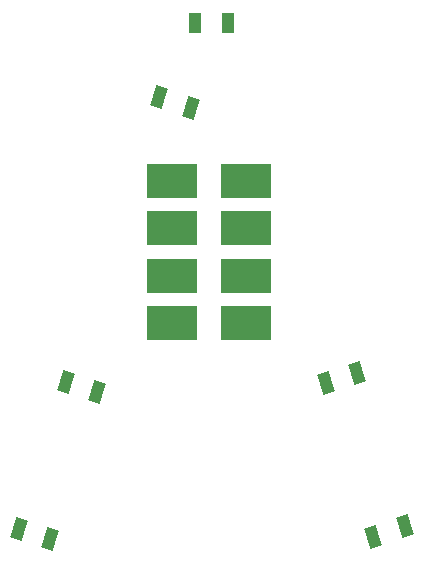
<source format=gbp>
%FSLAX25Y25*%
%MOIN*%
G70*
G01*
G75*
G04 Layer_Color=6049101*
%ADD10R,0.05000X0.08000*%
%ADD11R,0.05906X0.05906*%
%ADD12P,0.08352X4X297.0*%
%ADD13P,0.08352X4X207.0*%
%ADD14R,0.05906X0.05906*%
%ADD15P,0.08352X4X153.0*%
%ADD16C,0.02500*%
%ADD17C,0.16500*%
%ADD18C,0.04000*%
%ADD19R,0.17716X0.12205*%
G04:AMPARAMS|DCode=20|XSize=80mil|YSize=50mil|CornerRadius=0mil|HoleSize=0mil|Usage=FLASHONLY|Rotation=288.000|XOffset=0mil|YOffset=0mil|HoleType=Round|Shape=Rectangle|*
%AMROTATEDRECTD20*
4,1,4,-0.03614,0.03032,0.01142,0.04577,0.03614,-0.03032,-0.01142,-0.04577,-0.03614,0.03032,0.0*
%
%ADD20ROTATEDRECTD20*%

G04:AMPARAMS|DCode=21|XSize=80mil|YSize=50mil|CornerRadius=0mil|HoleSize=0mil|Usage=FLASHONLY|Rotation=252.000|XOffset=0mil|YOffset=0mil|HoleType=Round|Shape=Rectangle|*
%AMROTATEDRECTD21*
4,1,4,-0.01142,0.04577,0.03614,0.03032,0.01142,-0.04577,-0.03614,-0.03032,-0.01142,0.04577,0.0*
%
%ADD21ROTATEDRECTD21*%

%ADD22C,0.01000*%
%ADD23C,0.01200*%
%ADD24R,0.04000X0.07000*%
%ADD25R,0.04906X0.04906*%
%ADD26P,0.06937X4X297.0*%
%ADD27P,0.06937X4X207.0*%
%ADD28R,0.04906X0.04906*%
%ADD29P,0.06937X4X153.0*%
%ADD30R,0.16716X0.11205*%
G04:AMPARAMS|DCode=31|XSize=70mil|YSize=40mil|CornerRadius=0mil|HoleSize=0mil|Usage=FLASHONLY|Rotation=288.000|XOffset=0mil|YOffset=0mil|HoleType=Round|Shape=Rectangle|*
%AMROTATEDRECTD31*
4,1,4,-0.02984,0.02711,0.00821,0.03947,0.02984,-0.02711,-0.00821,-0.03947,-0.02984,0.02711,0.0*
%
%ADD31ROTATEDRECTD31*%

G04:AMPARAMS|DCode=32|XSize=70mil|YSize=40mil|CornerRadius=0mil|HoleSize=0mil|Usage=FLASHONLY|Rotation=252.000|XOffset=0mil|YOffset=0mil|HoleType=Round|Shape=Rectangle|*
%AMROTATEDRECTD32*
4,1,4,-0.00821,0.03947,0.02984,0.02711,0.00821,-0.03947,-0.02984,-0.02711,-0.00821,0.03947,0.0*
%
%ADD32ROTATEDRECTD32*%

D24*
X585800Y547900D02*
D03*
X574800D02*
D03*
D30*
X567200Y448052D02*
D03*
X591806D02*
D03*
X567200Y463800D02*
D03*
Y479548D02*
D03*
Y495296D02*
D03*
X591806Y463800D02*
D03*
Y479548D02*
D03*
Y495296D02*
D03*
D31*
X634169Y376800D02*
D03*
X644631Y380200D02*
D03*
X618269Y428100D02*
D03*
X628731Y431500D02*
D03*
D32*
X562869Y523200D02*
D03*
X531738Y428299D02*
D03*
X516069Y379500D02*
D03*
X526531Y376100D02*
D03*
X542200Y424900D02*
D03*
X573331Y519800D02*
D03*
M02*

</source>
